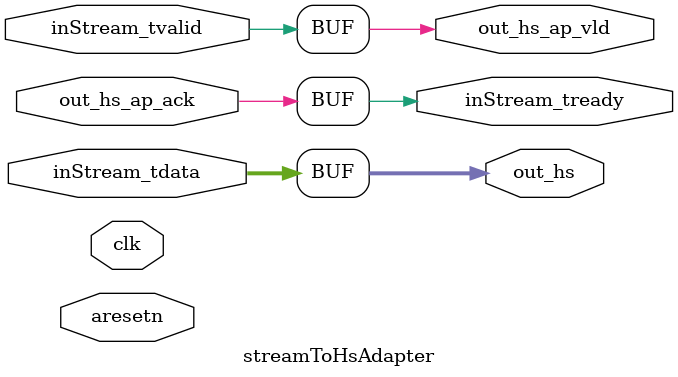
<source format=v>
/*------------------------------------------------------------------------*/
/*    (C) Copyright 2017-2021 Barcelona Supercomputing Center             */
/*                            Centro Nacional de Supercomputacion         */
/*                                                                        */
/*    This file is part of OmpSs@FPGA toolchain.                          */
/*                                                                        */
/*    This code is free software; you can redistribute it and/or modify   */
/*    it under the terms of the GNU Lesser General Public License as      */
/*    published by the Free Software Foundation; either version 3 of      */
/*    the License, or (at your option) any later version.                 */
/*                                                                        */
/*    OmpSs@FPGA toolchain is distributed in the hope that it will be     */
/*    useful, but WITHOUT ANY WARRANTY; without even the implied          */
/*    warranty of MERCHANTABILITY or FITNESS FOR A PARTICULAR PURPOSE.    */
/*    See the GNU Lesser General Public License for more details.         */
/*                                                                        */
/*    You should have received a copy of the GNU Lesser General Public    */
/*    License along with this code. If not, see <www.gnu.org/licenses/>.  */
/*------------------------------------------------------------------------*/

`timescale 1ns / 1ps

module streamToHsAdapter #(
    parameter USE_BUFFER = 0
)
(
    input clk,
    input aresetn,

    input [63:0] inStream_tdata,
    input        inStream_tvalid,
    output       inStream_tready,

    output [63:0] out_hs,
    output        out_hs_ap_vld,
    input         out_hs_ap_ack
);

    if (USE_BUFFER) begin

    localparam IDLE = 0;
    localparam WAIT_ACK = 1;

    reg [0:0] state;
    reg [63:0] buf_data;

    assign inStream_tready = state == IDLE;

    assign out_hs_ap_vld = state == WAIT_ACK;
    assign out_hs = buf_data;

    always @(posedge clk) begin

        case (state)

            IDLE: begin
                buf_data <= inStream_tdata;

                if (inStream_tvalid) begin
                    state <= WAIT_ACK;
                end
            end

            WAIT_ACK: begin
                if (out_hs_ap_ack) begin
                    state <= IDLE;
                end
            end

        endcase

        if (!aresetn) begin
            state <= IDLE;
        end
    end

    end else begin

    assign out_hs_ap_vld = inStream_tvalid;
    assign out_hs = inStream_tdata;

    assign inStream_tready = out_hs_ap_ack;

    end

endmodule

</source>
